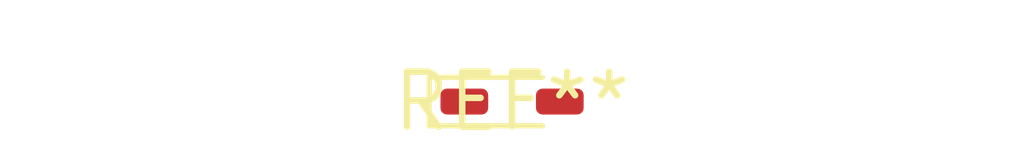
<source format=kicad_pcb>
(kicad_pcb (version 20240108) (generator pcbnew)
  (layers (0 "F.Cu" signal) (31 "B.Cu" signal) (34 "B.Paste" user) (35 "F.Paste" user) (36 "B.SilkS" user "B.Silkscreen") (37 "F.SilkS" user "F.Silkscreen") (38 "B.Mask" user) (39 "F.Mask" user) (44 "Edge.Cuts" user))
  (net 0 "")
  (footprint "D_SC-80_HandSoldering" (layer "F.Cu") (at 0 0)
    (property "Reference" "REF**")
    (property "Value" "D_SC-80_HandSoldering")
    (fp_line (start -1.91 -0.56) (end 0.7 -0.56) (layer "F.SilkS") (stroke (width 0.12)))
    (fp_line (start -1.91 -0.55) (end -1.91 0.55) (layer "F.SilkS") (stroke (width 0.12)))
    (fp_line (start -1.91 0.56) (end 0.7 0.56) (layer "F.SilkS") (stroke (width 0.12)))
    (pad "1" smd roundrect (at -1.1 0) (size 1.1 0.6) (layers "F.Cu" "F.Paste" "F.Mask"))
    (pad "2" smd roundrect (at 1.1 0) (size 1.1 0.6) (layers "F.Cu" "F.Paste" "F.Mask"))
  )
)
</source>
